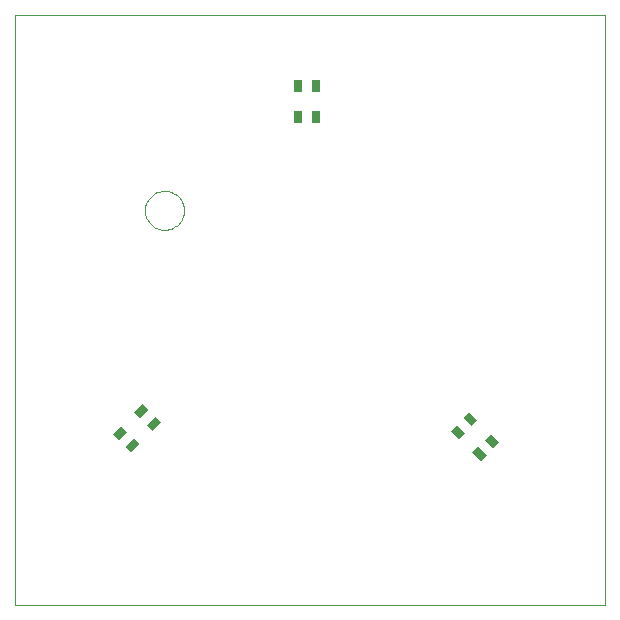
<source format=gbp>
G75*
%MOIN*%
%OFA0B0*%
%FSLAX24Y24*%
%IPPOS*%
%LPD*%
%AMOC8*
5,1,8,0,0,1.08239X$1,22.5*
%
%ADD10C,0.0000*%
%ADD11R,0.0276X0.0394*%
D10*
X000100Y000100D02*
X000100Y019785D01*
X019785Y019785D01*
X019785Y000100D01*
X000100Y000100D01*
X004439Y013261D02*
X004441Y013311D01*
X004447Y013361D01*
X004457Y013411D01*
X004470Y013459D01*
X004487Y013507D01*
X004508Y013553D01*
X004532Y013597D01*
X004560Y013639D01*
X004591Y013679D01*
X004625Y013716D01*
X004662Y013751D01*
X004701Y013782D01*
X004742Y013811D01*
X004786Y013836D01*
X004832Y013858D01*
X004879Y013876D01*
X004927Y013890D01*
X004976Y013901D01*
X005026Y013908D01*
X005076Y013911D01*
X005127Y013910D01*
X005177Y013905D01*
X005227Y013896D01*
X005275Y013884D01*
X005323Y013867D01*
X005369Y013847D01*
X005414Y013824D01*
X005457Y013797D01*
X005497Y013767D01*
X005535Y013734D01*
X005570Y013698D01*
X005603Y013659D01*
X005632Y013618D01*
X005658Y013575D01*
X005681Y013530D01*
X005700Y013483D01*
X005715Y013435D01*
X005727Y013386D01*
X005735Y013336D01*
X005739Y013286D01*
X005739Y013236D01*
X005735Y013186D01*
X005727Y013136D01*
X005715Y013087D01*
X005700Y013039D01*
X005681Y012992D01*
X005658Y012947D01*
X005632Y012904D01*
X005603Y012863D01*
X005570Y012824D01*
X005535Y012788D01*
X005497Y012755D01*
X005457Y012725D01*
X005414Y012698D01*
X005369Y012675D01*
X005323Y012655D01*
X005275Y012638D01*
X005227Y012626D01*
X005177Y012617D01*
X005127Y012612D01*
X005076Y012611D01*
X005026Y012614D01*
X004976Y012621D01*
X004927Y012632D01*
X004879Y012646D01*
X004832Y012664D01*
X004786Y012686D01*
X004742Y012711D01*
X004701Y012740D01*
X004662Y012771D01*
X004625Y012806D01*
X004591Y012843D01*
X004560Y012883D01*
X004532Y012925D01*
X004508Y012969D01*
X004487Y013015D01*
X004470Y013063D01*
X004457Y013111D01*
X004447Y013161D01*
X004441Y013211D01*
X004439Y013261D01*
D11*
X009545Y016368D03*
X010135Y016368D03*
X010135Y017392D03*
X009545Y017392D03*
G36*
X004364Y006807D02*
X004559Y006612D01*
X004282Y006335D01*
X004087Y006530D01*
X004364Y006807D01*
G37*
G36*
X004782Y006389D02*
X004977Y006194D01*
X004700Y005917D01*
X004505Y006112D01*
X004782Y006389D01*
G37*
G36*
X004058Y005665D02*
X004253Y005470D01*
X003976Y005193D01*
X003781Y005388D01*
X004058Y005665D01*
G37*
G36*
X003640Y006083D02*
X003835Y005888D01*
X003558Y005611D01*
X003363Y005806D01*
X003640Y006083D01*
G37*
G36*
X014633Y005924D02*
X014828Y006119D01*
X015105Y005842D01*
X014910Y005647D01*
X014633Y005924D01*
G37*
G36*
X015051Y006342D02*
X015246Y006537D01*
X015523Y006260D01*
X015328Y006065D01*
X015051Y006342D01*
G37*
G36*
X015775Y005618D02*
X015970Y005813D01*
X016247Y005536D01*
X016052Y005341D01*
X015775Y005618D01*
G37*
G36*
X015357Y005200D02*
X015552Y005395D01*
X015829Y005118D01*
X015634Y004923D01*
X015357Y005200D01*
G37*
M02*

</source>
